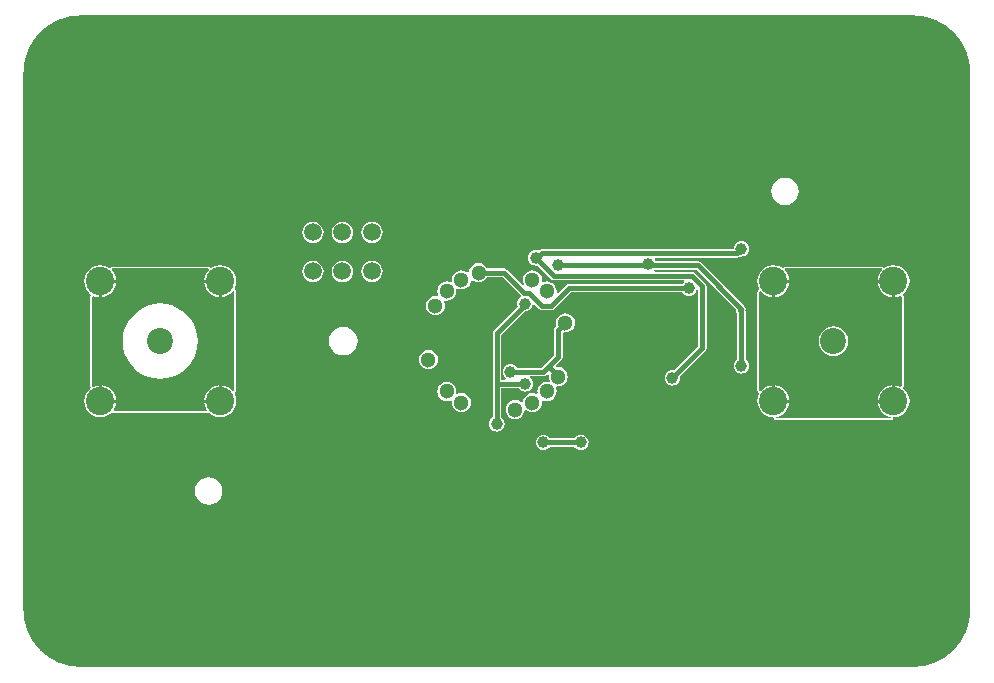
<source format=gbl>
G04*
G04 #@! TF.GenerationSoftware,Altium Limited,CircuitStudio,1.5.2 (30)*
G04*
G04 Layer_Physical_Order=2*
G04 Layer_Color=12500520*
%FSLAX25Y25*%
%MOIN*%
G70*
G01*
G75*
%ADD18C,0.01600*%
%ADD21C,0.00500*%
%ADD22C,0.23622*%
%ADD23C,0.05118*%
%ADD24C,0.05906*%
%ADD25C,0.08661*%
%ADD26C,0.09449*%
%ADD27C,0.03937*%
G36*
X117126Y314961D02*
Y314961D01*
X394685D01*
Y314961D01*
X395185Y314968D01*
X397131Y314840D01*
X399536Y314362D01*
X401857Y313574D01*
X404056Y312490D01*
X406094Y311128D01*
X407937Y309512D01*
X409553Y307669D01*
X410915Y305630D01*
X411999Y303432D01*
X412787Y301110D01*
X413266Y298706D01*
X413423Y296300D01*
X413386Y296260D01*
X413386D01*
X413386Y117126D01*
X413386D01*
X413393Y116626D01*
X413266Y114680D01*
X412787Y112276D01*
X411999Y109954D01*
X410915Y107755D01*
X409553Y105717D01*
X407937Y103874D01*
X406094Y102258D01*
X404056Y100896D01*
X401857Y99812D01*
X399535Y99024D01*
X397131Y98545D01*
X395182Y98418D01*
X394685Y98425D01*
Y98425D01*
X117126D01*
Y98425D01*
X116626Y98418D01*
X114680Y98545D01*
X112276Y99024D01*
X109954Y99812D01*
X107755Y100896D01*
X105717Y102258D01*
X103874Y103874D01*
X102258Y105717D01*
X100896Y107755D01*
X99812Y109954D01*
X99024Y112276D01*
X98545Y114680D01*
X98388Y117086D01*
X98425Y117126D01*
X98425D01*
Y296260D01*
X98425D01*
X98418Y296760D01*
X98545Y298706D01*
X99024Y301110D01*
X99812Y303432D01*
X100896Y305630D01*
X102258Y307669D01*
X103874Y309512D01*
X105717Y311128D01*
X107755Y312490D01*
X109954Y313574D01*
X112276Y314362D01*
X114680Y314841D01*
X116629Y314968D01*
X117126Y314961D01*
D02*
G37*
%LPC*%
G36*
X159862Y161308D02*
X158678Y161153D01*
X157574Y160695D01*
X156626Y159968D01*
X155899Y159020D01*
X155442Y157917D01*
X155286Y156732D01*
X155442Y155548D01*
X155899Y154444D01*
X156626Y153497D01*
X157574Y152769D01*
X158678Y152312D01*
X159862Y152156D01*
X161047Y152312D01*
X162150Y152769D01*
X163098Y153497D01*
X163825Y154444D01*
X164282Y155548D01*
X164438Y156732D01*
X164282Y157917D01*
X163825Y159020D01*
X163098Y159968D01*
X162150Y160695D01*
X161047Y161153D01*
X159862Y161308D01*
D02*
G37*
G36*
X204425Y233513D02*
X203498Y233390D01*
X202634Y233032D01*
X201891Y232463D01*
X201322Y231721D01*
X200964Y230857D01*
X200842Y229929D01*
X200964Y229002D01*
X201322Y228137D01*
X201891Y227395D01*
X202634Y226826D01*
X203498Y226468D01*
X204425Y226346D01*
X205353Y226468D01*
X206217Y226826D01*
X206959Y227395D01*
X207528Y228137D01*
X207887Y229002D01*
X208009Y229929D01*
X207887Y230857D01*
X207528Y231721D01*
X206959Y232463D01*
X206217Y233032D01*
X205353Y233390D01*
X204425Y233513D01*
D02*
G37*
G36*
X194583D02*
X193655Y233390D01*
X192791Y233032D01*
X192049Y232463D01*
X191479Y231721D01*
X191121Y230857D01*
X190999Y229929D01*
X191121Y229002D01*
X191479Y228137D01*
X192049Y227395D01*
X192791Y226826D01*
X193655Y226468D01*
X194583Y226346D01*
X195510Y226468D01*
X196374Y226826D01*
X197116Y227395D01*
X197686Y228137D01*
X198044Y229002D01*
X198166Y229929D01*
X198044Y230857D01*
X197686Y231721D01*
X197116Y232463D01*
X196374Y233032D01*
X195510Y233390D01*
X194583Y233513D01*
D02*
G37*
G36*
X233088Y203765D02*
X232264Y203657D01*
X231495Y203339D01*
X230835Y202832D01*
X230329Y202172D01*
X230011Y201404D01*
X229902Y200579D01*
X230011Y199754D01*
X230329Y198986D01*
X230835Y198326D01*
X231495Y197820D01*
X232264Y197501D01*
X233088Y197393D01*
X233913Y197501D01*
X234682Y197820D01*
X235341Y198326D01*
X235848Y198986D01*
X236166Y199754D01*
X236275Y200579D01*
X236166Y201404D01*
X235848Y202172D01*
X235341Y202832D01*
X234682Y203339D01*
X233913Y203657D01*
X233088Y203765D01*
D02*
G37*
G36*
X204724Y211468D02*
X203489Y211305D01*
X202337Y210828D01*
X201348Y210069D01*
X200589Y209080D01*
X200112Y207929D01*
X199950Y206693D01*
X200112Y205457D01*
X200589Y204306D01*
X201348Y203317D01*
X202337Y202558D01*
X203489Y202081D01*
X204724Y201918D01*
X205960Y202081D01*
X207112Y202558D01*
X208101Y203317D01*
X208859Y204306D01*
X209336Y205457D01*
X209499Y206693D01*
X209336Y207929D01*
X208859Y209080D01*
X208101Y210069D01*
X207112Y210828D01*
X205960Y211305D01*
X204724Y211468D01*
D02*
G37*
G36*
X283925Y175516D02*
X283255Y175428D01*
X282630Y175169D01*
X282093Y174757D01*
X281783Y174353D01*
X273567D01*
X273257Y174757D01*
X272721Y175169D01*
X272096Y175428D01*
X271425Y175516D01*
X270755Y175428D01*
X270130Y175169D01*
X269593Y174757D01*
X269182Y174221D01*
X268923Y173596D01*
X268834Y172925D01*
X268923Y172255D01*
X269182Y171630D01*
X269593Y171093D01*
X270130Y170682D01*
X270755Y170423D01*
X271425Y170334D01*
X272096Y170423D01*
X272721Y170682D01*
X273257Y171093D01*
X273567Y171498D01*
X281783D01*
X282093Y171093D01*
X282630Y170682D01*
X283255Y170423D01*
X283925Y170334D01*
X284596Y170423D01*
X285221Y170682D01*
X285757Y171093D01*
X286169Y171630D01*
X286428Y172255D01*
X286516Y172925D01*
X286428Y173596D01*
X286169Y174221D01*
X285757Y174757D01*
X285221Y175169D01*
X284596Y175428D01*
X283925Y175516D01*
D02*
G37*
G36*
X239202Y193176D02*
X238377Y193067D01*
X237609Y192749D01*
X236949Y192243D01*
X236443Y191583D01*
X236124Y190814D01*
X236016Y189990D01*
X236124Y189165D01*
X236443Y188397D01*
X236949Y187737D01*
X237609Y187230D01*
X238377Y186912D01*
X239202Y186803D01*
X240027Y186912D01*
X240520Y187116D01*
X240978Y186765D01*
X240908Y186236D01*
X241017Y185411D01*
X241335Y184643D01*
X241841Y183983D01*
X242501Y183476D01*
X243270Y183158D01*
X244094Y183049D01*
X244919Y183158D01*
X245688Y183476D01*
X246348Y183983D01*
X246854Y184643D01*
X247172Y185411D01*
X247281Y186236D01*
X247172Y187060D01*
X246854Y187829D01*
X246347Y188489D01*
X245688Y188995D01*
X244919Y189313D01*
X244094Y189422D01*
X243270Y189313D01*
X242777Y189109D01*
X242319Y189461D01*
X242389Y189990D01*
X242280Y190814D01*
X241962Y191583D01*
X241455Y192243D01*
X240795Y192749D01*
X240027Y193067D01*
X239202Y193176D01*
D02*
G37*
G36*
X204425Y246505D02*
X203498Y246383D01*
X202634Y246025D01*
X201891Y245455D01*
X201322Y244713D01*
X200964Y243849D01*
X200842Y242921D01*
X200964Y241994D01*
X201322Y241130D01*
X201891Y240387D01*
X202634Y239818D01*
X203498Y239460D01*
X204425Y239338D01*
X205353Y239460D01*
X206217Y239818D01*
X206959Y240387D01*
X207528Y241130D01*
X207887Y241994D01*
X208009Y242921D01*
X207887Y243849D01*
X207528Y244713D01*
X206959Y245455D01*
X206217Y246025D01*
X205353Y246383D01*
X204425Y246505D01*
D02*
G37*
G36*
X194583D02*
X193655Y246383D01*
X192791Y246025D01*
X192049Y245455D01*
X191479Y244713D01*
X191121Y243849D01*
X190999Y242921D01*
X191121Y241994D01*
X191479Y241130D01*
X192049Y240387D01*
X192791Y239818D01*
X193655Y239460D01*
X194583Y239338D01*
X195510Y239460D01*
X196374Y239818D01*
X197116Y240387D01*
X197686Y241130D01*
X198044Y241994D01*
X198166Y242921D01*
X198044Y243849D01*
X197686Y244713D01*
X197116Y245455D01*
X196374Y246025D01*
X195510Y246383D01*
X194583Y246505D01*
D02*
G37*
G36*
X351949Y261230D02*
X350764Y261074D01*
X349661Y260617D01*
X348713Y259889D01*
X347986Y258942D01*
X347529Y257838D01*
X347373Y256653D01*
X347529Y255469D01*
X347986Y254365D01*
X348713Y253418D01*
X349661Y252691D01*
X350764Y252233D01*
X351949Y252077D01*
X353133Y252233D01*
X354237Y252691D01*
X355185Y253418D01*
X355912Y254365D01*
X356369Y255469D01*
X356525Y256653D01*
X356369Y257838D01*
X355912Y258942D01*
X355185Y259889D01*
X354237Y260617D01*
X353133Y261074D01*
X351949Y261230D01*
D02*
G37*
G36*
X214268Y246505D02*
X213340Y246383D01*
X212476Y246025D01*
X211734Y245455D01*
X211164Y244713D01*
X210806Y243849D01*
X210684Y242921D01*
X210806Y241994D01*
X211164Y241130D01*
X211734Y240387D01*
X212476Y239818D01*
X213340Y239460D01*
X214268Y239338D01*
X215195Y239460D01*
X216059Y239818D01*
X216802Y240387D01*
X217371Y241130D01*
X217729Y241994D01*
X217851Y242921D01*
X217729Y243849D01*
X217371Y244713D01*
X216802Y245455D01*
X216059Y246025D01*
X215195Y246383D01*
X214268Y246505D01*
D02*
G37*
G36*
X163701Y232063D02*
X162311Y231880D01*
X161016Y231344D01*
X160813Y231188D01*
X160531Y231205D01*
X160205Y231352D01*
X160192Y231384D01*
X160118Y231415D01*
X160071Y231479D01*
X159896Y231507D01*
X159733Y231575D01*
X127669D01*
X127505Y231507D01*
X127330Y231479D01*
X127283Y231415D01*
X127210Y231384D01*
X127196Y231352D01*
X126871Y231205D01*
X126589Y231188D01*
X126386Y231344D01*
X125091Y231880D01*
X123701Y232063D01*
X122311Y231880D01*
X121016Y231344D01*
X119903Y230490D01*
X119050Y229378D01*
X118513Y228083D01*
X118330Y226693D01*
X118513Y225303D01*
X119050Y224008D01*
X119903Y222896D01*
X120439Y222485D01*
X120466Y221997D01*
X120394Y221823D01*
X120288Y221665D01*
X120301Y221600D01*
X120276Y221538D01*
Y191848D01*
X120301Y191786D01*
X120288Y191721D01*
X120394Y191563D01*
X120466Y191388D01*
X120439Y190901D01*
X119903Y190490D01*
X119050Y189378D01*
X118513Y188083D01*
X118330Y186693D01*
X118513Y185303D01*
X119050Y184008D01*
X119903Y182896D01*
X121016Y182042D01*
X122311Y181506D01*
X123701Y181323D01*
X125091Y181506D01*
X126386Y182042D01*
X127480Y182881D01*
X127508Y182899D01*
X127541Y182911D01*
X128011Y182966D01*
X128149Y182909D01*
X128261Y182810D01*
X128369Y182817D01*
X128470Y182776D01*
X158932D01*
X159032Y182817D01*
X159140Y182810D01*
X159253Y182909D01*
X159391Y182966D01*
X159860Y182911D01*
X159894Y182899D01*
X159922Y182881D01*
X161016Y182042D01*
X162311Y181506D01*
X163701Y181323D01*
X165091Y181506D01*
X166386Y182042D01*
X167498Y182896D01*
X168352Y184008D01*
X168888Y185303D01*
X169071Y186693D01*
X168888Y188083D01*
X168538Y188928D01*
X168634Y189489D01*
X168739Y189581D01*
X168771Y189597D01*
X168884Y189644D01*
X168926Y189745D01*
X169008Y189816D01*
X169017Y189965D01*
X169075Y190104D01*
Y223282D01*
X169017Y223420D01*
X169008Y223569D01*
X168926Y223641D01*
X168884Y223742D01*
X168771Y223788D01*
X168739Y223805D01*
X168634Y223897D01*
X168538Y224458D01*
X168888Y225303D01*
X169071Y226693D01*
X168888Y228083D01*
X168352Y229378D01*
X167498Y230490D01*
X166386Y231344D01*
X165091Y231880D01*
X163701Y232063D01*
D02*
G37*
G36*
X214268Y233513D02*
X213340Y233390D01*
X212476Y233032D01*
X211734Y232463D01*
X211164Y231721D01*
X210806Y230857D01*
X210684Y229929D01*
X210806Y229002D01*
X211164Y228137D01*
X211734Y227395D01*
X212476Y226826D01*
X213340Y226468D01*
X214268Y226346D01*
X215195Y226468D01*
X216059Y226826D01*
X216802Y227395D01*
X217371Y228137D01*
X217729Y229002D01*
X217851Y229929D01*
X217729Y230857D01*
X217371Y231721D01*
X216802Y232463D01*
X216059Y233032D01*
X215195Y233390D01*
X214268Y233513D01*
D02*
G37*
G36*
X337425Y240016D02*
X336755Y239928D01*
X336130Y239669D01*
X335593Y239257D01*
X335182Y238720D01*
X334923Y238096D01*
X334835Y237425D01*
X334771Y237353D01*
X270925D01*
X270925Y237353D01*
X270379Y237244D01*
X269916Y236934D01*
X269817Y236836D01*
X269596Y236928D01*
X268925Y237016D01*
X268255Y236928D01*
X267630Y236669D01*
X267093Y236257D01*
X266682Y235720D01*
X266423Y235096D01*
X266335Y234425D01*
X266423Y233755D01*
X266682Y233130D01*
X267093Y232593D01*
X267630Y232182D01*
X268255Y231923D01*
X268925Y231835D01*
X269431Y231901D01*
X273916Y227416D01*
X273916Y227416D01*
X274194Y227230D01*
X274379Y227106D01*
X274925Y226998D01*
X274925Y226998D01*
X318215D01*
X318384Y226498D01*
X318050Y226241D01*
X317740Y225837D01*
X279909D01*
X279909Y225837D01*
X279363Y225728D01*
X278900Y225419D01*
X278900Y225419D01*
X276212Y222730D01*
X275738Y222964D01*
X275795Y223396D01*
X275687Y224221D01*
X275368Y224989D01*
X274862Y225649D01*
X274202Y226156D01*
X273433Y226474D01*
X272609Y226583D01*
X271784Y226474D01*
X271291Y226270D01*
X270833Y226621D01*
X270903Y227150D01*
X270794Y227975D01*
X270476Y228743D01*
X269970Y229403D01*
X269310Y229910D01*
X268541Y230228D01*
X267717Y230336D01*
X266892Y230228D01*
X266123Y229910D01*
X265463Y229403D01*
X264957Y228743D01*
X264639Y227975D01*
X264530Y227150D01*
X264639Y226325D01*
X264913Y225663D01*
X264489Y225380D01*
X259350Y230519D01*
X258887Y230829D01*
X258340Y230938D01*
X258340Y230938D01*
X252620D01*
X252551Y231103D01*
X252045Y231763D01*
X251385Y232270D01*
X250616Y232588D01*
X249792Y232696D01*
X248967Y232588D01*
X248199Y232270D01*
X247539Y231763D01*
X247032Y231103D01*
X246714Y230335D01*
X246644Y229806D01*
X246111Y229585D01*
X245688Y229910D01*
X244919Y230228D01*
X244094Y230336D01*
X243270Y230228D01*
X242501Y229910D01*
X241841Y229403D01*
X241335Y228743D01*
X241017Y227975D01*
X240908Y227150D01*
X240978Y226621D01*
X240520Y226270D01*
X240027Y226474D01*
X239202Y226583D01*
X238377Y226474D01*
X237609Y226156D01*
X236949Y225649D01*
X236443Y224989D01*
X236124Y224221D01*
X236016Y223396D01*
X236124Y222571D01*
X236329Y222079D01*
X235977Y221621D01*
X235448Y221690D01*
X234624Y221582D01*
X233855Y221263D01*
X233195Y220757D01*
X232689Y220097D01*
X232370Y219329D01*
X232262Y218504D01*
X232370Y217679D01*
X232689Y216911D01*
X233195Y216251D01*
X233855Y215744D01*
X234624Y215426D01*
X235448Y215318D01*
X236273Y215426D01*
X237041Y215744D01*
X237701Y216251D01*
X238208Y216911D01*
X238526Y217679D01*
X238634Y218504D01*
X238526Y219329D01*
X238322Y219822D01*
X238673Y220280D01*
X239202Y220210D01*
X240027Y220319D01*
X240795Y220637D01*
X241455Y221143D01*
X241962Y221803D01*
X242280Y222571D01*
X242389Y223396D01*
X242319Y223925D01*
X242777Y224277D01*
X243270Y224073D01*
X244094Y223964D01*
X244919Y224073D01*
X245688Y224391D01*
X246348Y224897D01*
X246854Y225557D01*
X247172Y226325D01*
X247242Y226854D01*
X247775Y227075D01*
X248199Y226751D01*
X248967Y226432D01*
X249792Y226324D01*
X250616Y226432D01*
X251385Y226751D01*
X252045Y227257D01*
X252551Y227917D01*
X252620Y228083D01*
X257749D01*
X263853Y221978D01*
X263877Y221820D01*
X263818Y221411D01*
X263785Y221357D01*
X263393Y221057D01*
X262982Y220520D01*
X262723Y219896D01*
X262634Y219225D01*
X262723Y218555D01*
X262814Y218333D01*
X254896Y210415D01*
X254587Y209952D01*
X254478Y209405D01*
X254478Y209405D01*
Y192425D01*
Y181276D01*
X254074Y180966D01*
X253662Y180429D01*
X253403Y179804D01*
X253315Y179134D01*
X253403Y178463D01*
X253662Y177839D01*
X254074Y177302D01*
X254610Y176890D01*
X255235Y176631D01*
X255906Y176543D01*
X256576Y176631D01*
X257201Y176890D01*
X257737Y177302D01*
X258149Y177839D01*
X258408Y178463D01*
X258496Y179134D01*
X258408Y179804D01*
X258149Y180429D01*
X257737Y180966D01*
X257333Y181276D01*
Y190998D01*
X263283D01*
X263593Y190593D01*
X264130Y190182D01*
X264755Y189923D01*
X265425Y189834D01*
X266096Y189923D01*
X266721Y190182D01*
X267257Y190593D01*
X267669Y191130D01*
X267928Y191755D01*
X268016Y192425D01*
X267928Y193096D01*
X267669Y193720D01*
X267257Y194257D01*
X266943Y194498D01*
X267113Y194998D01*
X271425D01*
X271425Y194998D01*
X271972Y195106D01*
X272434Y195416D01*
X272789Y195771D01*
X273263Y195537D01*
X273177Y194882D01*
X273285Y194057D01*
X273489Y193564D01*
X273138Y193106D01*
X272609Y193176D01*
X271784Y193067D01*
X271016Y192749D01*
X270356Y192243D01*
X269849Y191583D01*
X269531Y190814D01*
X269423Y189990D01*
X269492Y189461D01*
X269034Y189109D01*
X268541Y189313D01*
X267717Y189422D01*
X266892Y189313D01*
X266123Y188995D01*
X265463Y188489D01*
X264957Y187829D01*
X264639Y187060D01*
X264569Y186531D01*
X264036Y186310D01*
X263613Y186635D01*
X262844Y186953D01*
X262019Y187062D01*
X261195Y186953D01*
X260426Y186635D01*
X259766Y186129D01*
X259260Y185469D01*
X258942Y184700D01*
X258833Y183876D01*
X258942Y183051D01*
X259260Y182283D01*
X259766Y181623D01*
X260426Y181116D01*
X261195Y180798D01*
X262019Y180690D01*
X262844Y180798D01*
X263613Y181116D01*
X264272Y181623D01*
X264779Y182283D01*
X265097Y183051D01*
X265167Y183580D01*
X265700Y183801D01*
X266123Y183476D01*
X266892Y183158D01*
X267717Y183049D01*
X268541Y183158D01*
X269310Y183476D01*
X269970Y183983D01*
X270476Y184643D01*
X270794Y185411D01*
X270903Y186236D01*
X270833Y186765D01*
X271291Y187116D01*
X271784Y186912D01*
X272609Y186803D01*
X273433Y186912D01*
X274202Y187230D01*
X274862Y187737D01*
X275368Y188397D01*
X275687Y189165D01*
X275795Y189990D01*
X275687Y190814D01*
X275482Y191307D01*
X275834Y191765D01*
X276363Y191696D01*
X277187Y191804D01*
X277956Y192122D01*
X278616Y192629D01*
X279122Y193289D01*
X279440Y194057D01*
X279549Y194882D01*
X279440Y195707D01*
X279122Y196475D01*
X278616Y197135D01*
X277956Y197641D01*
X277187Y197960D01*
X276363Y198068D01*
X275708Y197982D01*
X275474Y198456D01*
X277372Y200353D01*
X277682Y200817D01*
X277790Y201363D01*
X277790Y201363D01*
Y209258D01*
X278290Y209677D01*
X278723Y209620D01*
X279547Y209729D01*
X280316Y210047D01*
X280976Y210554D01*
X281482Y211214D01*
X281800Y211982D01*
X281909Y212807D01*
X281800Y213631D01*
X281482Y214400D01*
X280976Y215060D01*
X280316Y215566D01*
X279547Y215884D01*
X278723Y215993D01*
X277898Y215884D01*
X277130Y215566D01*
X276470Y215060D01*
X275963Y214400D01*
X275645Y213631D01*
X275536Y212807D01*
X275645Y211982D01*
X275714Y211816D01*
X275354Y211456D01*
X275044Y210993D01*
X274935Y210447D01*
X274935Y210447D01*
Y201954D01*
X271916Y198934D01*
X270834Y197853D01*
X262567D01*
X262257Y198257D01*
X261720Y198669D01*
X261096Y198928D01*
X260425Y199016D01*
X259755Y198928D01*
X259130Y198669D01*
X258593Y198257D01*
X258182Y197721D01*
X257923Y197096D01*
X257835Y196425D01*
X257923Y195755D01*
X258182Y195130D01*
X258593Y194593D01*
X258907Y194353D01*
X258737Y193853D01*
X257333D01*
Y208814D01*
X265162Y216643D01*
X265225Y216634D01*
X265896Y216723D01*
X266521Y216982D01*
X267057Y217393D01*
X267469Y217930D01*
X267728Y218555D01*
X267787Y219002D01*
X268303Y219193D01*
X270080Y217416D01*
X270080Y217416D01*
X270543Y217106D01*
X271089Y216998D01*
X271089Y216998D01*
X273925D01*
X273925Y216998D01*
X274471Y217106D01*
X274935Y217416D01*
X280501Y222982D01*
X317740D01*
X318050Y222578D01*
X318587Y222166D01*
X319211Y221907D01*
X319882Y221819D01*
X320552Y221907D01*
X321177Y222166D01*
X321714Y222578D01*
X322126Y223114D01*
X322362Y223686D01*
X322448Y223760D01*
X322911Y223912D01*
X322998Y223852D01*
Y205016D01*
X314931Y196949D01*
X314425Y197016D01*
X313755Y196928D01*
X313130Y196669D01*
X312593Y196257D01*
X312182Y195721D01*
X311923Y195096D01*
X311835Y194425D01*
X311923Y193755D01*
X312182Y193130D01*
X312593Y192593D01*
X313130Y192182D01*
X313755Y191923D01*
X314425Y191834D01*
X315096Y191923D01*
X315721Y192182D01*
X316257Y192593D01*
X316669Y193130D01*
X316928Y193755D01*
X317016Y194425D01*
X316949Y194931D01*
X325434Y203416D01*
X325434Y203416D01*
X325744Y203879D01*
X325853Y204425D01*
X325853Y204425D01*
Y224925D01*
X325853Y224925D01*
X325744Y225471D01*
X325434Y225935D01*
X325434Y225935D01*
X321935Y229434D01*
X321472Y229744D01*
X320925Y229853D01*
X320925Y229853D01*
X308549D01*
X308307Y230353D01*
X308422Y230498D01*
X322334D01*
X335566Y217266D01*
X335498Y216925D01*
X335606Y216379D01*
X335916Y215916D01*
X335998Y215834D01*
Y200567D01*
X335593Y200257D01*
X335182Y199721D01*
X334923Y199096D01*
X334835Y198425D01*
X334923Y197755D01*
X335182Y197130D01*
X335593Y196593D01*
X336130Y196182D01*
X336755Y195923D01*
X337425Y195835D01*
X338096Y195923D01*
X338720Y196182D01*
X339257Y196593D01*
X339669Y197130D01*
X339928Y197755D01*
X340016Y198425D01*
X339928Y199096D01*
X339669Y199721D01*
X339257Y200257D01*
X338853Y200567D01*
Y216425D01*
X338853Y216425D01*
X338753Y216925D01*
X338853Y217425D01*
X338744Y217971D01*
X338435Y218435D01*
X338435Y218435D01*
X323935Y232934D01*
X323471Y233244D01*
X322925Y233353D01*
X322925Y233353D01*
X308821D01*
X308669Y233720D01*
X308456Y233998D01*
X308703Y234498D01*
X335925D01*
X335925Y234498D01*
X336472Y234606D01*
X336914Y234902D01*
X337425Y234835D01*
X338096Y234923D01*
X338720Y235182D01*
X339257Y235593D01*
X339669Y236130D01*
X339928Y236755D01*
X340016Y237425D01*
X339928Y238096D01*
X339669Y238720D01*
X339257Y239257D01*
X338720Y239669D01*
X338096Y239928D01*
X337425Y240016D01*
D02*
G37*
G36*
X388110Y232063D02*
X386720Y231880D01*
X385425Y231344D01*
X385222Y231188D01*
X384940Y231205D01*
X384615Y231352D01*
X384601Y231384D01*
X384528Y231415D01*
X384481Y231479D01*
X384306Y231507D01*
X384142Y231575D01*
X352078D01*
X351915Y231507D01*
X351740Y231479D01*
X351693Y231415D01*
X351619Y231384D01*
X351606Y231352D01*
X351280Y231205D01*
X350998Y231188D01*
X350795Y231344D01*
X349500Y231880D01*
X348110Y232063D01*
X346720Y231880D01*
X345425Y231344D01*
X344313Y230490D01*
X343459Y229378D01*
X342923Y228083D01*
X342740Y226693D01*
X342923Y225303D01*
X343297Y224401D01*
X343216Y223846D01*
X343178Y223812D01*
X343056Y223727D01*
X342966Y223690D01*
X342924Y223590D01*
X342843Y223518D01*
X342833Y223369D01*
X342776Y223231D01*
Y190155D01*
X342833Y190017D01*
X342843Y189868D01*
X342924Y189796D01*
X342966Y189696D01*
X343056Y189658D01*
X343178Y189574D01*
X343216Y189540D01*
X343297Y188985D01*
X342923Y188083D01*
X342740Y186693D01*
X342923Y185303D01*
X343459Y184008D01*
X344313Y182896D01*
X345425Y182042D01*
X346720Y181506D01*
X348110Y181323D01*
X348253Y181205D01*
X348274Y180883D01*
X348376Y180677D01*
X348463Y180466D01*
X348484Y180457D01*
X348494Y180437D01*
X348711Y180363D01*
X348923Y180276D01*
X387298D01*
X387509Y180363D01*
X387726Y180437D01*
X387736Y180457D01*
X387757Y180466D01*
X387845Y180677D01*
X387946Y180883D01*
X387967Y181205D01*
X388110Y181323D01*
X389500Y181506D01*
X390795Y182042D01*
X391908Y182896D01*
X392761Y184008D01*
X393298Y185303D01*
X393481Y186693D01*
X393298Y188083D01*
X392761Y189378D01*
X391908Y190490D01*
X391394Y190885D01*
X391384Y191372D01*
X391457Y191547D01*
X391562Y191704D01*
X391549Y191770D01*
X391575Y191831D01*
Y221555D01*
X391549Y221616D01*
X391562Y221681D01*
X391457Y221839D01*
X391384Y222014D01*
X391394Y222501D01*
X391908Y222896D01*
X392761Y224008D01*
X393298Y225303D01*
X393481Y226693D01*
X393298Y228083D01*
X392761Y229378D01*
X391908Y230490D01*
X390795Y231344D01*
X389500Y231880D01*
X388110Y232063D01*
D02*
G37*
%LPD*%
G36*
X384263Y230425D02*
X383459Y229378D01*
X382923Y228083D01*
X382806Y227193D01*
X388110D01*
Y226693D01*
X388610D01*
Y221388D01*
X389500Y221506D01*
X390425Y221889D01*
X390925Y221555D01*
Y191831D01*
X390425Y191497D01*
X389500Y191880D01*
X388610Y191997D01*
Y186693D01*
X388110D01*
Y186193D01*
X382806D01*
X382923Y185303D01*
X383459Y184008D01*
X384313Y182896D01*
X385425Y182042D01*
X386720Y181506D01*
X387331Y181425D01*
X387298Y180925D01*
X348923D01*
X348890Y181425D01*
X349500Y181506D01*
X350795Y182042D01*
X351908Y182896D01*
X352761Y184008D01*
X353298Y185303D01*
X353415Y186193D01*
X348110D01*
Y186693D01*
X347610D01*
Y191997D01*
X346720Y191880D01*
X345425Y191344D01*
X344313Y190490D01*
X343925Y189985D01*
X343425Y190155D01*
Y223231D01*
X343925Y223401D01*
X344313Y222896D01*
X345425Y222042D01*
X346720Y221506D01*
X347610Y221388D01*
Y226693D01*
X348110D01*
Y227193D01*
X353415D01*
X353298Y228083D01*
X352761Y229378D01*
X351958Y230425D01*
X352078Y230925D01*
X384142D01*
X384263Y230425D01*
D02*
G37*
G36*
X159853D02*
X159050Y229378D01*
X158513Y228083D01*
X158396Y227193D01*
X163701D01*
Y226693D01*
X164201D01*
Y221388D01*
X165091Y221506D01*
X166386Y222042D01*
X167498Y222896D01*
X167925Y223452D01*
X168425Y223282D01*
Y190104D01*
X167925Y189934D01*
X167498Y190490D01*
X166386Y191344D01*
X165091Y191880D01*
X164201Y191997D01*
Y186693D01*
X163701D01*
Y186193D01*
X158396D01*
X158513Y185303D01*
X159050Y184008D01*
X159153Y183874D01*
X158932Y183425D01*
X128470D01*
X128249Y183874D01*
X128352Y184008D01*
X128888Y185303D01*
X129005Y186193D01*
X123701D01*
Y186693D01*
X123201D01*
Y191997D01*
X122311Y191880D01*
X121425Y191513D01*
X120925Y191848D01*
Y221538D01*
X121425Y221872D01*
X122311Y221506D01*
X123201Y221388D01*
Y226693D01*
X123701D01*
Y227193D01*
X129005D01*
X128888Y228083D01*
X128352Y229378D01*
X127548Y230425D01*
X127669Y230925D01*
X159733D01*
X159853Y230425D01*
D02*
G37*
%LPC*%
G36*
X163201Y191997D02*
X162311Y191880D01*
X161016Y191344D01*
X159903Y190490D01*
X159050Y189378D01*
X158513Y188083D01*
X158396Y187193D01*
X163201D01*
Y191997D01*
D02*
G37*
G36*
X353415Y226193D02*
X348610D01*
Y221388D01*
X349500Y221506D01*
X350795Y222042D01*
X351908Y222896D01*
X352761Y224008D01*
X353298Y225303D01*
X353415Y226193D01*
D02*
G37*
G36*
X129005D02*
X124201D01*
Y221388D01*
X125091Y221506D01*
X126386Y222042D01*
X127498Y222896D01*
X128352Y224008D01*
X128888Y225303D01*
X129005Y226193D01*
D02*
G37*
G36*
X387610D02*
X382806D01*
X382923Y225303D01*
X383459Y224008D01*
X384313Y222896D01*
X385425Y222042D01*
X386720Y221506D01*
X387610Y221388D01*
Y226193D01*
D02*
G37*
G36*
X348610Y191997D02*
Y187193D01*
X353415D01*
X353298Y188083D01*
X352761Y189378D01*
X351908Y190490D01*
X350795Y191344D01*
X349500Y191880D01*
X348610Y191997D01*
D02*
G37*
G36*
X163201Y226193D02*
X158396D01*
X158513Y225303D01*
X159050Y224008D01*
X159903Y222896D01*
X161016Y222042D01*
X162311Y221506D01*
X163201Y221388D01*
Y226193D01*
D02*
G37*
G36*
X368110Y211666D02*
X366823Y211497D01*
X365624Y211000D01*
X364594Y210209D01*
X363803Y209180D01*
X363306Y207980D01*
X363137Y206693D01*
X363306Y205406D01*
X363803Y204206D01*
X364594Y203176D01*
X365624Y202386D01*
X366823Y201889D01*
X368110Y201720D01*
X369397Y201889D01*
X370597Y202386D01*
X371627Y203176D01*
X372417Y204206D01*
X372914Y205406D01*
X373083Y206693D01*
X372914Y207980D01*
X372417Y209180D01*
X371627Y210209D01*
X370597Y211000D01*
X369397Y211497D01*
X368110Y211666D01*
D02*
G37*
G36*
X143701Y219259D02*
X141735Y219104D01*
X139818Y218644D01*
X137996Y217889D01*
X136314Y216859D01*
X134815Y215579D01*
X133535Y214079D01*
X132504Y212398D01*
X131750Y210576D01*
X131289Y208659D01*
X131134Y206693D01*
X131289Y204727D01*
X131750Y202810D01*
X132504Y200988D01*
X133535Y199307D01*
X134815Y197807D01*
X134815Y197807D01*
X136314Y196527D01*
X137996Y195496D01*
X139818Y194742D01*
X141735Y194281D01*
X143701Y194127D01*
X145667Y194281D01*
X147584Y194742D01*
X149406Y195496D01*
X151087Y196527D01*
X152586Y197807D01*
X153867Y199307D01*
X154897Y200988D01*
X155652Y202810D01*
X156112Y204727D01*
X156267Y206693D01*
X156112Y208659D01*
X155652Y210576D01*
X154897Y212398D01*
X153867Y214079D01*
X152586Y215579D01*
X152586Y215579D01*
X151087Y216859D01*
X149406Y217889D01*
X147584Y218644D01*
X145667Y219104D01*
X143701Y219259D01*
D02*
G37*
G36*
X387610Y191997D02*
X386720Y191880D01*
X385425Y191344D01*
X384313Y190490D01*
X383459Y189378D01*
X382923Y188083D01*
X382806Y187193D01*
X387610D01*
Y191997D01*
D02*
G37*
G36*
X124201D02*
Y187193D01*
X129005D01*
X128888Y188083D01*
X128352Y189378D01*
X127498Y190490D01*
X126386Y191344D01*
X125091Y191880D01*
X124201Y191997D01*
D02*
G37*
%LPD*%
D18*
X271425Y172925D02*
X283925D01*
X272925Y197925D02*
X276363Y201363D01*
X271425Y196425D02*
X272925Y197925D01*
X273320D01*
X276363Y194882D01*
X276363Y201363D02*
Y210447D01*
X260425Y196425D02*
X271425D01*
X276425Y231925D02*
X307925D01*
X306925Y232925D02*
X307925Y231925D01*
X306425Y233425D02*
X307925Y231925D01*
X305425Y232425D02*
X306425Y233425D01*
X307925Y231925D02*
X322925D01*
X279909Y224410D02*
X319882D01*
X273925Y218425D02*
X279909Y224410D01*
X271089Y218425D02*
X273925D01*
X255906Y192425D02*
Y209405D01*
Y179134D02*
Y192425D01*
X265425D01*
X276363Y210447D02*
X278723Y212807D01*
X265225Y218725D02*
Y219225D01*
X255906Y209405D02*
X265225Y218725D01*
X266723Y222791D02*
X271089Y218425D01*
X249792Y229510D02*
X258340D01*
X265059Y222791D01*
X266723D01*
X335925Y235925D02*
X337425Y237425D01*
X320925Y228425D02*
X324425Y224925D01*
Y204425D02*
Y224925D01*
X314425Y194425D02*
X324425Y204425D01*
X268925Y234425D02*
X274925Y228425D01*
X320925D01*
X268925Y234425D02*
X269425D01*
X270925Y235925D01*
X335925D01*
X322925Y231925D02*
X337425Y217425D01*
X336925Y216925D02*
X337425Y217425D01*
X336925Y216925D02*
X337425Y216425D01*
Y198425D02*
Y216425D01*
D21*
X98425Y117126D02*
G03*
X117126Y98425I18701J0D01*
G01*
X394685D02*
G03*
X413386Y117126I0J18701D01*
G01*
Y296260D02*
G03*
X394685Y314961I-18701J0D01*
G01*
X117126D02*
G03*
X98425Y296260I0J-18701D01*
G01*
X413386Y117126D02*
Y296260D01*
X117126Y314961D02*
X394685D01*
X117126Y98425D02*
X394685D01*
X98425Y117126D02*
Y296260D01*
D22*
X117126D02*
D03*
X394685D02*
D03*
Y117126D02*
D03*
X117126D02*
D03*
D23*
X249792Y229510D02*
D03*
X262019Y183876D02*
D03*
X244094Y186236D02*
D03*
X239202Y189990D02*
D03*
X233088Y200579D02*
D03*
X235448Y218504D02*
D03*
X239202Y223396D02*
D03*
X244094Y227150D02*
D03*
X267717Y227150D02*
D03*
X272609Y223396D02*
D03*
X278723Y212807D02*
D03*
X276363Y194882D02*
D03*
X272609Y189990D02*
D03*
X267717Y186236D02*
D03*
D24*
X194583Y242921D02*
D03*
X204425D02*
D03*
X214268D02*
D03*
X194583Y229929D02*
D03*
X204425D02*
D03*
X214268D02*
D03*
D25*
X368110Y206693D02*
D03*
X143701D02*
D03*
D26*
X348110Y186693D02*
D03*
Y226693D02*
D03*
X388110D02*
D03*
Y186693D02*
D03*
X123701Y226693D02*
D03*
Y186693D02*
D03*
X163701D02*
D03*
Y226693D02*
D03*
D27*
X271425Y172925D02*
D03*
X276425Y231925D02*
D03*
X306425Y232425D02*
D03*
X283925Y172925D02*
D03*
X265425Y192425D02*
D03*
X260425Y196425D02*
D03*
X255906Y179134D02*
D03*
X265225Y219225D02*
D03*
X319882Y224410D02*
D03*
X374016Y301181D02*
D03*
X137795D02*
D03*
X354331D02*
D03*
X334646D02*
D03*
X314961D02*
D03*
X295276D02*
D03*
X275590D02*
D03*
X255906D02*
D03*
X236221D02*
D03*
X216535D02*
D03*
X196850D02*
D03*
X177165D02*
D03*
X157480D02*
D03*
X399606Y275590D02*
D03*
Y255906D02*
D03*
Y236221D02*
D03*
Y216535D02*
D03*
Y196850D02*
D03*
Y177165D02*
D03*
Y157480D02*
D03*
Y137795D02*
D03*
X374016Y112205D02*
D03*
X354331D02*
D03*
X334646D02*
D03*
X314961D02*
D03*
X295276D02*
D03*
X275590D02*
D03*
X255906D02*
D03*
X236221D02*
D03*
X216535D02*
D03*
X196850D02*
D03*
X177165D02*
D03*
X157480D02*
D03*
X137795D02*
D03*
X112205Y275590D02*
D03*
Y255906D02*
D03*
Y236221D02*
D03*
Y216535D02*
D03*
Y196850D02*
D03*
Y177165D02*
D03*
Y157480D02*
D03*
Y137795D02*
D03*
X337425Y237425D02*
D03*
X314425Y194425D02*
D03*
X268925Y234425D02*
D03*
X337425Y198425D02*
D03*
M02*

</source>
